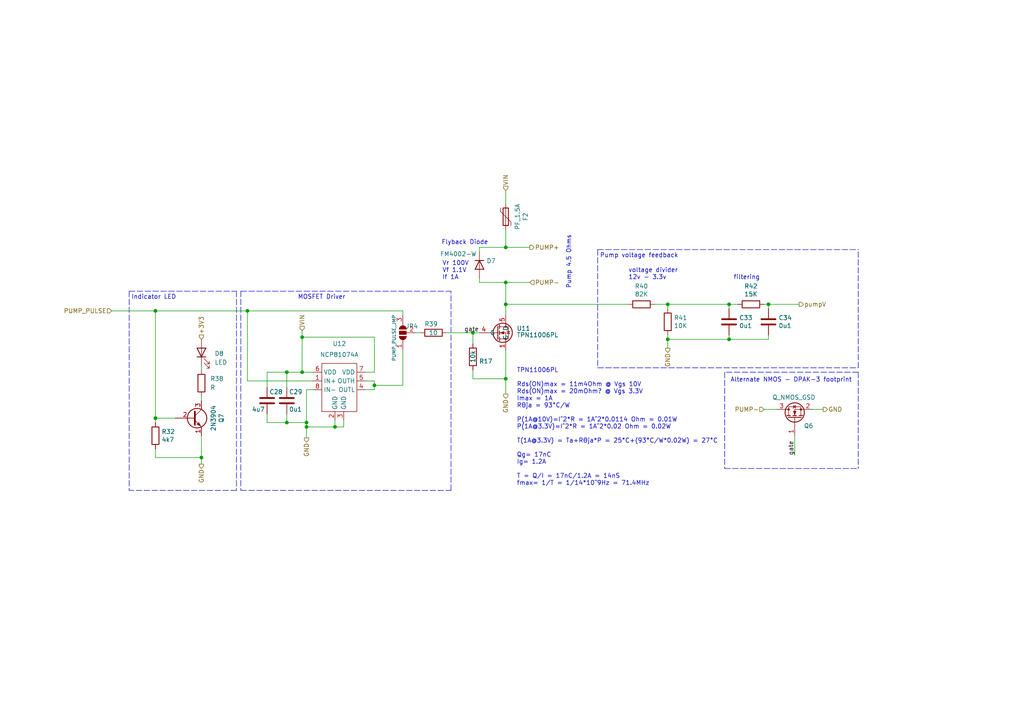
<source format=kicad_sch>
(kicad_sch (version 20211123) (generator eeschema)

  (uuid 054cae61-22d0-4c3c-863d-bf4f8a084755)

  (paper "A4")

  (title_block
    (title "CDH_ECU")
    (date "2022-03-06")
    (rev "1.2.3")
    (company "Daniel Edwards")
    (comment 1 "Chinese Diesel Heater - modern ECU replacement")
  )

  (lib_symbols
    (symbol "Device:C" (pin_numbers hide) (pin_names (offset 0.254)) (in_bom yes) (on_board yes)
      (property "Reference" "C" (id 0) (at 0.635 2.54 0)
        (effects (font (size 1.27 1.27)) (justify left))
      )
      (property "Value" "C" (id 1) (at 0.635 -2.54 0)
        (effects (font (size 1.27 1.27)) (justify left))
      )
      (property "Footprint" "" (id 2) (at 0.9652 -3.81 0)
        (effects (font (size 1.27 1.27)) hide)
      )
      (property "Datasheet" "~" (id 3) (at 0 0 0)
        (effects (font (size 1.27 1.27)) hide)
      )
      (property "ki_keywords" "cap capacitor" (id 4) (at 0 0 0)
        (effects (font (size 1.27 1.27)) hide)
      )
      (property "ki_description" "Unpolarized capacitor" (id 5) (at 0 0 0)
        (effects (font (size 1.27 1.27)) hide)
      )
      (property "ki_fp_filters" "C_*" (id 6) (at 0 0 0)
        (effects (font (size 1.27 1.27)) hide)
      )
      (symbol "C_0_1"
        (polyline
          (pts
            (xy -2.032 -0.762)
            (xy 2.032 -0.762)
          )
          (stroke (width 0.508) (type default) (color 0 0 0 0))
          (fill (type none))
        )
        (polyline
          (pts
            (xy -2.032 0.762)
            (xy 2.032 0.762)
          )
          (stroke (width 0.508) (type default) (color 0 0 0 0))
          (fill (type none))
        )
      )
      (symbol "C_1_1"
        (pin passive line (at 0 3.81 270) (length 2.794)
          (name "~" (effects (font (size 1.27 1.27))))
          (number "1" (effects (font (size 1.27 1.27))))
        )
        (pin passive line (at 0 -3.81 90) (length 2.794)
          (name "~" (effects (font (size 1.27 1.27))))
          (number "2" (effects (font (size 1.27 1.27))))
        )
      )
    )
    (symbol "Device:D" (pin_numbers hide) (pin_names (offset 1.016) hide) (in_bom yes) (on_board yes)
      (property "Reference" "D" (id 0) (at 0 2.54 0)
        (effects (font (size 1.27 1.27)))
      )
      (property "Value" "D" (id 1) (at 0 -2.54 0)
        (effects (font (size 1.27 1.27)))
      )
      (property "Footprint" "" (id 2) (at 0 0 0)
        (effects (font (size 1.27 1.27)) hide)
      )
      (property "Datasheet" "~" (id 3) (at 0 0 0)
        (effects (font (size 1.27 1.27)) hide)
      )
      (property "ki_keywords" "diode" (id 4) (at 0 0 0)
        (effects (font (size 1.27 1.27)) hide)
      )
      (property "ki_description" "Diode" (id 5) (at 0 0 0)
        (effects (font (size 1.27 1.27)) hide)
      )
      (property "ki_fp_filters" "TO-???* *_Diode_* *SingleDiode* D_*" (id 6) (at 0 0 0)
        (effects (font (size 1.27 1.27)) hide)
      )
      (symbol "D_0_1"
        (polyline
          (pts
            (xy -1.27 1.27)
            (xy -1.27 -1.27)
          )
          (stroke (width 0.254) (type default) (color 0 0 0 0))
          (fill (type none))
        )
        (polyline
          (pts
            (xy 1.27 0)
            (xy -1.27 0)
          )
          (stroke (width 0) (type default) (color 0 0 0 0))
          (fill (type none))
        )
        (polyline
          (pts
            (xy 1.27 1.27)
            (xy 1.27 -1.27)
            (xy -1.27 0)
            (xy 1.27 1.27)
          )
          (stroke (width 0.254) (type default) (color 0 0 0 0))
          (fill (type none))
        )
      )
      (symbol "D_1_1"
        (pin passive line (at -3.81 0 0) (length 2.54)
          (name "K" (effects (font (size 1.27 1.27))))
          (number "1" (effects (font (size 1.27 1.27))))
        )
        (pin passive line (at 3.81 0 180) (length 2.54)
          (name "A" (effects (font (size 1.27 1.27))))
          (number "2" (effects (font (size 1.27 1.27))))
        )
      )
    )
    (symbol "Device:LED" (pin_numbers hide) (pin_names (offset 1.016) hide) (in_bom yes) (on_board yes)
      (property "Reference" "D" (id 0) (at 0 2.54 0)
        (effects (font (size 1.27 1.27)))
      )
      (property "Value" "LED" (id 1) (at 0 -2.54 0)
        (effects (font (size 1.27 1.27)))
      )
      (property "Footprint" "" (id 2) (at 0 0 0)
        (effects (font (size 1.27 1.27)) hide)
      )
      (property "Datasheet" "~" (id 3) (at 0 0 0)
        (effects (font (size 1.27 1.27)) hide)
      )
      (property "ki_keywords" "LED diode" (id 4) (at 0 0 0)
        (effects (font (size 1.27 1.27)) hide)
      )
      (property "ki_description" "Light emitting diode" (id 5) (at 0 0 0)
        (effects (font (size 1.27 1.27)) hide)
      )
      (property "ki_fp_filters" "LED* LED_SMD:* LED_THT:*" (id 6) (at 0 0 0)
        (effects (font (size 1.27 1.27)) hide)
      )
      (symbol "LED_0_1"
        (polyline
          (pts
            (xy -1.27 -1.27)
            (xy -1.27 1.27)
          )
          (stroke (width 0.254) (type default) (color 0 0 0 0))
          (fill (type none))
        )
        (polyline
          (pts
            (xy -1.27 0)
            (xy 1.27 0)
          )
          (stroke (width 0) (type default) (color 0 0 0 0))
          (fill (type none))
        )
        (polyline
          (pts
            (xy 1.27 -1.27)
            (xy 1.27 1.27)
            (xy -1.27 0)
            (xy 1.27 -1.27)
          )
          (stroke (width 0.254) (type default) (color 0 0 0 0))
          (fill (type none))
        )
        (polyline
          (pts
            (xy -3.048 -0.762)
            (xy -4.572 -2.286)
            (xy -3.81 -2.286)
            (xy -4.572 -2.286)
            (xy -4.572 -1.524)
          )
          (stroke (width 0) (type default) (color 0 0 0 0))
          (fill (type none))
        )
        (polyline
          (pts
            (xy -1.778 -0.762)
            (xy -3.302 -2.286)
            (xy -2.54 -2.286)
            (xy -3.302 -2.286)
            (xy -3.302 -1.524)
          )
          (stroke (width 0) (type default) (color 0 0 0 0))
          (fill (type none))
        )
      )
      (symbol "LED_1_1"
        (pin passive line (at -3.81 0 0) (length 2.54)
          (name "K" (effects (font (size 1.27 1.27))))
          (number "1" (effects (font (size 1.27 1.27))))
        )
        (pin passive line (at 3.81 0 180) (length 2.54)
          (name "A" (effects (font (size 1.27 1.27))))
          (number "2" (effects (font (size 1.27 1.27))))
        )
      )
    )
    (symbol "Device:Polyfuse" (pin_numbers hide) (pin_names (offset 0)) (in_bom yes) (on_board yes)
      (property "Reference" "F" (id 0) (at -2.54 0 90)
        (effects (font (size 1.27 1.27)))
      )
      (property "Value" "Polyfuse" (id 1) (at 2.54 0 90)
        (effects (font (size 1.27 1.27)))
      )
      (property "Footprint" "" (id 2) (at 1.27 -5.08 0)
        (effects (font (size 1.27 1.27)) (justify left) hide)
      )
      (property "Datasheet" "~" (id 3) (at 0 0 0)
        (effects (font (size 1.27 1.27)) hide)
      )
      (property "ki_keywords" "resettable fuse PTC PPTC polyfuse polyswitch" (id 4) (at 0 0 0)
        (effects (font (size 1.27 1.27)) hide)
      )
      (property "ki_description" "Resettable fuse, polymeric positive temperature coefficient" (id 5) (at 0 0 0)
        (effects (font (size 1.27 1.27)) hide)
      )
      (property "ki_fp_filters" "*polyfuse* *PTC*" (id 6) (at 0 0 0)
        (effects (font (size 1.27 1.27)) hide)
      )
      (symbol "Polyfuse_0_1"
        (rectangle (start -0.762 2.54) (end 0.762 -2.54)
          (stroke (width 0.254) (type default) (color 0 0 0 0))
          (fill (type none))
        )
        (polyline
          (pts
            (xy 0 2.54)
            (xy 0 -2.54)
          )
          (stroke (width 0) (type default) (color 0 0 0 0))
          (fill (type none))
        )
        (polyline
          (pts
            (xy -1.524 2.54)
            (xy -1.524 1.524)
            (xy 1.524 -1.524)
            (xy 1.524 -2.54)
          )
          (stroke (width 0) (type default) (color 0 0 0 0))
          (fill (type none))
        )
      )
      (symbol "Polyfuse_1_1"
        (pin passive line (at 0 3.81 270) (length 1.27)
          (name "~" (effects (font (size 1.27 1.27))))
          (number "1" (effects (font (size 1.27 1.27))))
        )
        (pin passive line (at 0 -3.81 90) (length 1.27)
          (name "~" (effects (font (size 1.27 1.27))))
          (number "2" (effects (font (size 1.27 1.27))))
        )
      )
    )
    (symbol "Device:Q_NMOS_GSD" (pin_names (offset 0) hide) (in_bom yes) (on_board yes)
      (property "Reference" "Q" (id 0) (at 5.08 1.27 0)
        (effects (font (size 1.27 1.27)) (justify left))
      )
      (property "Value" "Q_NMOS_GSD" (id 1) (at 5.08 -1.27 0)
        (effects (font (size 1.27 1.27)) (justify left))
      )
      (property "Footprint" "" (id 2) (at 5.08 2.54 0)
        (effects (font (size 1.27 1.27)) hide)
      )
      (property "Datasheet" "~" (id 3) (at 0 0 0)
        (effects (font (size 1.27 1.27)) hide)
      )
      (property "ki_keywords" "transistor NMOS N-MOS N-MOSFET" (id 4) (at 0 0 0)
        (effects (font (size 1.27 1.27)) hide)
      )
      (property "ki_description" "N-MOSFET transistor, gate/source/drain" (id 5) (at 0 0 0)
        (effects (font (size 1.27 1.27)) hide)
      )
      (symbol "Q_NMOS_GSD_0_1"
        (polyline
          (pts
            (xy 0.254 0)
            (xy -2.54 0)
          )
          (stroke (width 0) (type default) (color 0 0 0 0))
          (fill (type none))
        )
        (polyline
          (pts
            (xy 0.254 1.905)
            (xy 0.254 -1.905)
          )
          (stroke (width 0.254) (type default) (color 0 0 0 0))
          (fill (type none))
        )
        (polyline
          (pts
            (xy 0.762 -1.27)
            (xy 0.762 -2.286)
          )
          (stroke (width 0.254) (type default) (color 0 0 0 0))
          (fill (type none))
        )
        (polyline
          (pts
            (xy 0.762 0.508)
            (xy 0.762 -0.508)
          )
          (stroke (width 0.254) (type default) (color 0 0 0 0))
          (fill (type none))
        )
        (polyline
          (pts
            (xy 0.762 2.286)
            (xy 0.762 1.27)
          )
          (stroke (width 0.254) (type default) (color 0 0 0 0))
          (fill (type none))
        )
        (polyline
          (pts
            (xy 2.54 2.54)
            (xy 2.54 1.778)
          )
          (stroke (width 0) (type default) (color 0 0 0 0))
          (fill (type none))
        )
        (polyline
          (pts
            (xy 2.54 -2.54)
            (xy 2.54 0)
            (xy 0.762 0)
          )
          (stroke (width 0) (type default) (color 0 0 0 0))
          (fill (type none))
        )
        (polyline
          (pts
            (xy 0.762 -1.778)
            (xy 3.302 -1.778)
            (xy 3.302 1.778)
            (xy 0.762 1.778)
          )
          (stroke (width 0) (type default) (color 0 0 0 0))
          (fill (type none))
        )
        (polyline
          (pts
            (xy 1.016 0)
            (xy 2.032 0.381)
            (xy 2.032 -0.381)
            (xy 1.016 0)
          )
          (stroke (width 0) (type default) (color 0 0 0 0))
          (fill (type outline))
        )
        (polyline
          (pts
            (xy 2.794 0.508)
            (xy 2.921 0.381)
            (xy 3.683 0.381)
            (xy 3.81 0.254)
          )
          (stroke (width 0) (type default) (color 0 0 0 0))
          (fill (type none))
        )
        (polyline
          (pts
            (xy 3.302 0.381)
            (xy 2.921 -0.254)
            (xy 3.683 -0.254)
            (xy 3.302 0.381)
          )
          (stroke (width 0) (type default) (color 0 0 0 0))
          (fill (type none))
        )
        (circle (center 1.651 0) (radius 2.794)
          (stroke (width 0.254) (type default) (color 0 0 0 0))
          (fill (type none))
        )
        (circle (center 2.54 -1.778) (radius 0.254)
          (stroke (width 0) (type default) (color 0 0 0 0))
          (fill (type outline))
        )
        (circle (center 2.54 1.778) (radius 0.254)
          (stroke (width 0) (type default) (color 0 0 0 0))
          (fill (type outline))
        )
      )
      (symbol "Q_NMOS_GSD_1_1"
        (pin input line (at -5.08 0 0) (length 2.54)
          (name "G" (effects (font (size 1.27 1.27))))
          (number "1" (effects (font (size 1.27 1.27))))
        )
        (pin passive line (at 2.54 -5.08 90) (length 2.54)
          (name "S" (effects (font (size 1.27 1.27))))
          (number "2" (effects (font (size 1.27 1.27))))
        )
        (pin passive line (at 2.54 5.08 270) (length 2.54)
          (name "D" (effects (font (size 1.27 1.27))))
          (number "3" (effects (font (size 1.27 1.27))))
        )
      )
    )
    (symbol "Device:R" (pin_numbers hide) (pin_names (offset 0)) (in_bom yes) (on_board yes)
      (property "Reference" "R" (id 0) (at 2.032 0 90)
        (effects (font (size 1.27 1.27)))
      )
      (property "Value" "R" (id 1) (at 0 0 90)
        (effects (font (size 1.27 1.27)))
      )
      (property "Footprint" "" (id 2) (at -1.778 0 90)
        (effects (font (size 1.27 1.27)) hide)
      )
      (property "Datasheet" "~" (id 3) (at 0 0 0)
        (effects (font (size 1.27 1.27)) hide)
      )
      (property "ki_keywords" "R res resistor" (id 4) (at 0 0 0)
        (effects (font (size 1.27 1.27)) hide)
      )
      (property "ki_description" "Resistor" (id 5) (at 0 0 0)
        (effects (font (size 1.27 1.27)) hide)
      )
      (property "ki_fp_filters" "R_*" (id 6) (at 0 0 0)
        (effects (font (size 1.27 1.27)) hide)
      )
      (symbol "R_0_1"
        (rectangle (start -1.016 -2.54) (end 1.016 2.54)
          (stroke (width 0.254) (type default) (color 0 0 0 0))
          (fill (type none))
        )
      )
      (symbol "R_1_1"
        (pin passive line (at 0 3.81 270) (length 1.27)
          (name "~" (effects (font (size 1.27 1.27))))
          (number "1" (effects (font (size 1.27 1.27))))
        )
        (pin passive line (at 0 -3.81 90) (length 1.27)
          (name "~" (effects (font (size 1.27 1.27))))
          (number "2" (effects (font (size 1.27 1.27))))
        )
      )
    )
    (symbol "Driver_FET:NCP81074A" (in_bom yes) (on_board yes)
      (property "Reference" "U" (id 0) (at 0 0 0)
        (effects (font (size 1.27 1.27)))
      )
      (property "Value" "NCP81074A" (id 1) (at 0 -2.54 0)
        (effects (font (size 1.27 1.27)))
      )
      (property "Footprint" "Package_SO:SOIC-8_3.9x4.9mm_P1.27mm" (id 2) (at 0 0 0)
        (effects (font (size 1.27 1.27)) hide)
      )
      (property "Datasheet" "https://www.mouser.fi/datasheet/2/308/1/NCP81074_D-2317499.pdf" (id 3) (at 0 0 0)
        (effects (font (size 1.27 1.27)) hide)
      )
      (symbol "NCP81074A_0_1"
        (rectangle (start -5.08 -3.81) (end 5.08 -17.78)
          (stroke (width 0) (type default) (color 0 0 0 0))
          (fill (type none))
        )
      )
      (symbol "NCP81074A_1_1"
        (pin input line (at -7.62 -8.89 0) (length 2.54)
          (name "IN+" (effects (font (size 1.27 1.27))))
          (number "1" (effects (font (size 1.27 1.27))))
        )
        (pin input line (at -1.27 -20.32 90) (length 2.54)
          (name "GND" (effects (font (size 1.27 1.27))))
          (number "2" (effects (font (size 1.27 1.27))))
        )
        (pin input line (at 1.27 -20.32 90) (length 2.54)
          (name "GND" (effects (font (size 1.27 1.27))))
          (number "3" (effects (font (size 1.27 1.27))))
        )
        (pin input line (at 7.62 -11.43 180) (length 2.54)
          (name "OUTL" (effects (font (size 1.27 1.27))))
          (number "4" (effects (font (size 1.27 1.27))))
        )
        (pin input line (at 7.62 -8.89 180) (length 2.54)
          (name "OUTH" (effects (font (size 1.27 1.27))))
          (number "5" (effects (font (size 1.27 1.27))))
        )
        (pin input line (at -7.62 -6.35 0) (length 2.54)
          (name "VDD" (effects (font (size 1.27 1.27))))
          (number "6" (effects (font (size 1.27 1.27))))
        )
        (pin input line (at 7.62 -6.35 180) (length 2.54)
          (name "VDD" (effects (font (size 1.27 1.27))))
          (number "7" (effects (font (size 1.27 1.27))))
        )
        (pin input line (at -7.62 -11.43 0) (length 2.54)
          (name "IN-" (effects (font (size 1.27 1.27))))
          (number "8" (effects (font (size 1.27 1.27))))
        )
      )
    )
    (symbol "Jumper:SolderJumper_3_Open" (pin_names (offset 0) hide) (in_bom yes) (on_board yes)
      (property "Reference" "JP" (id 0) (at -2.54 -2.54 0)
        (effects (font (size 1.27 1.27)))
      )
      (property "Value" "SolderJumper_3_Open" (id 1) (at 0 2.794 0)
        (effects (font (size 1.27 1.27)))
      )
      (property "Footprint" "" (id 2) (at 0 0 0)
        (effects (font (size 1.27 1.27)) hide)
      )
      (property "Datasheet" "~" (id 3) (at 0 0 0)
        (effects (font (size 1.27 1.27)) hide)
      )
      (property "ki_keywords" "Solder Jumper SPDT" (id 4) (at 0 0 0)
        (effects (font (size 1.27 1.27)) hide)
      )
      (property "ki_description" "Solder Jumper, 3-pole, open" (id 5) (at 0 0 0)
        (effects (font (size 1.27 1.27)) hide)
      )
      (property "ki_fp_filters" "SolderJumper*Open*" (id 6) (at 0 0 0)
        (effects (font (size 1.27 1.27)) hide)
      )
      (symbol "SolderJumper_3_Open_0_1"
        (arc (start -1.016 1.016) (mid -2.032 0) (end -1.016 -1.016)
          (stroke (width 0) (type default) (color 0 0 0 0))
          (fill (type none))
        )
        (arc (start -1.016 1.016) (mid -2.032 0) (end -1.016 -1.016)
          (stroke (width 0) (type default) (color 0 0 0 0))
          (fill (type outline))
        )
        (rectangle (start -0.508 1.016) (end 0.508 -1.016)
          (stroke (width 0) (type default) (color 0 0 0 0))
          (fill (type outline))
        )
        (polyline
          (pts
            (xy -2.54 0)
            (xy -2.032 0)
          )
          (stroke (width 0) (type default) (color 0 0 0 0))
          (fill (type none))
        )
        (polyline
          (pts
            (xy -1.016 1.016)
            (xy -1.016 -1.016)
          )
          (stroke (width 0) (type default) (color 0 0 0 0))
          (fill (type none))
        )
        (polyline
          (pts
            (xy 0 -1.27)
            (xy 0 -1.016)
          )
          (stroke (width 0) (type default) (color 0 0 0 0))
          (fill (type none))
        )
        (polyline
          (pts
            (xy 1.016 1.016)
            (xy 1.016 -1.016)
          )
          (stroke (width 0) (type default) (color 0 0 0 0))
          (fill (type none))
        )
        (polyline
          (pts
            (xy 2.54 0)
            (xy 2.032 0)
          )
          (stroke (width 0) (type default) (color 0 0 0 0))
          (fill (type none))
        )
        (arc (start 1.016 -1.016) (mid 2.032 0) (end 1.016 1.016)
          (stroke (width 0) (type default) (color 0 0 0 0))
          (fill (type none))
        )
        (arc (start 1.016 -1.016) (mid 2.032 0) (end 1.016 1.016)
          (stroke (width 0) (type default) (color 0 0 0 0))
          (fill (type outline))
        )
      )
      (symbol "SolderJumper_3_Open_1_1"
        (pin passive line (at -5.08 0 0) (length 2.54)
          (name "A" (effects (font (size 1.27 1.27))))
          (number "1" (effects (font (size 1.27 1.27))))
        )
        (pin input line (at 0 -3.81 90) (length 2.54)
          (name "C" (effects (font (size 1.27 1.27))))
          (number "2" (effects (font (size 1.27 1.27))))
        )
        (pin passive line (at 5.08 0 180) (length 2.54)
          (name "B" (effects (font (size 1.27 1.27))))
          (number "3" (effects (font (size 1.27 1.27))))
        )
      )
    )
    (symbol "Transistor_BJT:2N3904" (pin_names (offset 0) hide) (in_bom yes) (on_board yes)
      (property "Reference" "Q" (id 0) (at 5.08 1.905 0)
        (effects (font (size 1.27 1.27)) (justify left))
      )
      (property "Value" "2N3904" (id 1) (at 5.08 0 0)
        (effects (font (size 1.27 1.27)) (justify left))
      )
      (property "Footprint" "Package_TO_SOT_THT:TO-92_Inline" (id 2) (at 5.08 -1.905 0)
        (effects (font (size 1.27 1.27) italic) (justify left) hide)
      )
      (property "Datasheet" "https://www.onsemi.com/pub/Collateral/2N3903-D.PDF" (id 3) (at 0 0 0)
        (effects (font (size 1.27 1.27)) (justify left) hide)
      )
      (property "ki_keywords" "NPN Transistor" (id 4) (at 0 0 0)
        (effects (font (size 1.27 1.27)) hide)
      )
      (property "ki_description" "0.2A Ic, 40V Vce, Small Signal NPN Transistor, TO-92" (id 5) (at 0 0 0)
        (effects (font (size 1.27 1.27)) hide)
      )
      (property "ki_fp_filters" "TO?92*" (id 6) (at 0 0 0)
        (effects (font (size 1.27 1.27)) hide)
      )
      (symbol "2N3904_0_1"
        (polyline
          (pts
            (xy 0.635 0.635)
            (xy 2.54 2.54)
          )
          (stroke (width 0) (type default) (color 0 0 0 0))
          (fill (type none))
        )
        (polyline
          (pts
            (xy 0.635 -0.635)
            (xy 2.54 -2.54)
            (xy 2.54 -2.54)
          )
          (stroke (width 0) (type default) (color 0 0 0 0))
          (fill (type none))
        )
        (polyline
          (pts
            (xy 0.635 1.905)
            (xy 0.635 -1.905)
            (xy 0.635 -1.905)
          )
          (stroke (width 0.508) (type default) (color 0 0 0 0))
          (fill (type none))
        )
        (polyline
          (pts
            (xy 1.27 -1.778)
            (xy 1.778 -1.27)
            (xy 2.286 -2.286)
            (xy 1.27 -1.778)
            (xy 1.27 -1.778)
          )
          (stroke (width 0) (type default) (color 0 0 0 0))
          (fill (type outline))
        )
        (circle (center 1.27 0) (radius 2.8194)
          (stroke (width 0.254) (type default) (color 0 0 0 0))
          (fill (type none))
        )
      )
      (symbol "2N3904_1_1"
        (pin passive line (at 2.54 -5.08 90) (length 2.54)
          (name "E" (effects (font (size 1.27 1.27))))
          (number "1" (effects (font (size 1.27 1.27))))
        )
        (pin passive line (at -5.08 0 0) (length 5.715)
          (name "B" (effects (font (size 1.27 1.27))))
          (number "2" (effects (font (size 1.27 1.27))))
        )
        (pin passive line (at 2.54 5.08 270) (length 2.54)
          (name "C" (effects (font (size 1.27 1.27))))
          (number "3" (effects (font (size 1.27 1.27))))
        )
      )
    )
    (symbol "Transistor_FET:TPN11006PL" (in_bom yes) (on_board yes)
      (property "Reference" "U" (id 0) (at 0 0 0)
        (effects (font (size 1.27 1.27)))
      )
      (property "Value" "TPN11006PL" (id 1) (at 0 -2.54 0)
        (effects (font (size 1.27 1.27)))
      )
      (property "Footprint" "Package_SON:VSON-8_3.3x3.3mm_P0.65mm_NexFET" (id 2) (at 0 0 0)
        (effects (font (size 1.27 1.27)) hide)
      )
      (property "Datasheet" "https://www.mouser.fi/datasheet/2/408/TPN11006PL_datasheet_en_20160920-1568578.pdf" (id 3) (at 0 0 0)
        (effects (font (size 1.27 1.27)) hide)
      )
      (symbol "TPN11006PL_0_1"
        (polyline
          (pts
            (xy 0.254 -8.89)
            (xy -2.54 -8.89)
          )
          (stroke (width 0) (type default) (color 0 0 0 0))
          (fill (type none))
        )
        (polyline
          (pts
            (xy 0.254 -6.985)
            (xy 0.254 -10.795)
          )
          (stroke (width 0.254) (type default) (color 0 0 0 0))
          (fill (type none))
        )
        (polyline
          (pts
            (xy 0.762 -10.16)
            (xy 0.762 -11.176)
          )
          (stroke (width 0.254) (type default) (color 0 0 0 0))
          (fill (type none))
        )
        (polyline
          (pts
            (xy 0.762 -8.382)
            (xy 0.762 -9.398)
          )
          (stroke (width 0.254) (type default) (color 0 0 0 0))
          (fill (type none))
        )
        (polyline
          (pts
            (xy 0.762 -6.604)
            (xy 0.762 -7.62)
          )
          (stroke (width 0.254) (type default) (color 0 0 0 0))
          (fill (type none))
        )
        (polyline
          (pts
            (xy 2.54 -6.35)
            (xy 2.54 -7.112)
          )
          (stroke (width 0) (type default) (color 0 0 0 0))
          (fill (type none))
        )
        (polyline
          (pts
            (xy 2.54 -11.43)
            (xy 2.54 -8.89)
            (xy 0.762 -8.89)
          )
          (stroke (width 0) (type default) (color 0 0 0 0))
          (fill (type none))
        )
        (polyline
          (pts
            (xy 0.762 -10.668)
            (xy 3.302 -10.668)
            (xy 3.302 -7.112)
            (xy 0.762 -7.112)
          )
          (stroke (width 0) (type default) (color 0 0 0 0))
          (fill (type none))
        )
        (polyline
          (pts
            (xy 1.016 -8.89)
            (xy 2.032 -8.509)
            (xy 2.032 -9.271)
            (xy 1.016 -8.89)
          )
          (stroke (width 0) (type default) (color 0 0 0 0))
          (fill (type outline))
        )
        (polyline
          (pts
            (xy 2.794 -8.382)
            (xy 2.921 -8.509)
            (xy 3.683 -8.509)
            (xy 3.81 -8.636)
          )
          (stroke (width 0) (type default) (color 0 0 0 0))
          (fill (type none))
        )
        (polyline
          (pts
            (xy 3.302 -8.509)
            (xy 2.921 -9.144)
            (xy 3.683 -9.144)
            (xy 3.302 -8.509)
          )
          (stroke (width 0) (type default) (color 0 0 0 0))
          (fill (type none))
        )
        (circle (center 1.651 -8.89) (radius 2.794)
          (stroke (width 0.254) (type default) (color 0 0 0 0))
          (fill (type none))
        )
        (circle (center 2.54 -10.668) (radius 0.254)
          (stroke (width 0) (type default) (color 0 0 0 0))
          (fill (type outline))
        )
        (circle (center 2.54 -7.112) (radius 0.254)
          (stroke (width 0) (type default) (color 0 0 0 0))
          (fill (type outline))
        )
      )
      (symbol "TPN11006PL_1_1"
        (pin passive line (at 2.54 -13.97 90) (length 2.54)
          (name "S" (effects (font (size 1.27 1.27))))
          (number "1" (effects (font (size 1.27 1.27))))
        )
        (pin passive line (at 2.54 -13.97 90) (length 2.54) hide
          (name "S" (effects (font (size 1.27 1.27))))
          (number "2" (effects (font (size 1.27 1.27))))
        )
        (pin passive line (at 2.54 -13.97 90) (length 2.54) hide
          (name "S" (effects (font (size 1.27 1.27))))
          (number "3" (effects (font (size 1.27 1.27))))
        )
        (pin passive line (at -5.08 -8.89 0) (length 2.54)
          (name "G" (effects (font (size 1.27 1.27))))
          (number "4" (effects (font (size 1.27 1.27))))
        )
        (pin passive line (at 2.54 -3.81 270) (length 2.54)
          (name "D" (effects (font (size 1.27 1.27))))
          (number "5" (effects (font (size 1.27 1.27))))
        )
      )
    )
  )

  (junction (at 45.085 90.17) (diameter 0) (color 0 0 0 0)
    (uuid 19d2bc15-83e5-4811-b0c0-41bd1ee7a65c)
  )
  (junction (at 45.085 121.285) (diameter 0) (color 0 0 0 0)
    (uuid 2788cd66-03ca-4d51-8335-edda7ec31900)
  )
  (junction (at 146.685 71.755) (diameter 0) (color 0 0 0 0)
    (uuid 31725963-16b3-4792-99fc-36ee33c4db09)
  )
  (junction (at 146.685 81.915) (diameter 0) (color 0 0 0 0)
    (uuid 3d7591ea-239a-4fff-8fd0-426fd6f16f0a)
  )
  (junction (at 146.685 88.265) (diameter 0) (color 0 0 0 0)
    (uuid 43713691-4320-4131-a400-e6ed6c382d8b)
  )
  (junction (at 108.585 111.76) (diameter 0) (color 0 0 0 0)
    (uuid 4c99e038-c094-4d65-9f33-2942601be336)
  )
  (junction (at 211.455 98.425) (diameter 0) (color 0 0 0 0)
    (uuid 6a14270b-b3b2-4157-b106-a0fa5fd5dd45)
  )
  (junction (at 211.455 88.265) (diameter 0) (color 0 0 0 0)
    (uuid 759b5154-ff1c-4e13-b665-9bbd5f0cf438)
  )
  (junction (at 87.63 107.95) (diameter 0) (color 0 0 0 0)
    (uuid 7606500a-c7ab-4282-9f2f-8095baed5947)
  )
  (junction (at 83.185 122.555) (diameter 0) (color 0 0 0 0)
    (uuid 7c39a90f-0941-4532-9a03-09ca9d4cba44)
  )
  (junction (at 193.675 88.265) (diameter 0) (color 0 0 0 0)
    (uuid 86a616db-3c73-4f28-a860-b17d2d4efc92)
  )
  (junction (at 83.185 107.95) (diameter 0) (color 0 0 0 0)
    (uuid 8f43fe66-3198-4bdb-a263-405cc83b7ec0)
  )
  (junction (at 87.63 97.79) (diameter 0) (color 0 0 0 0)
    (uuid 943459d8-a940-4e17-b45c-7ec0ae352f23)
  )
  (junction (at 222.885 88.265) (diameter 0) (color 0 0 0 0)
    (uuid a14165ec-f9e9-4a9d-9515-a38e6f065cb7)
  )
  (junction (at 97.155 123.825) (diameter 0) (color 0 0 0 0)
    (uuid a14d3c05-9709-4b33-a1e8-b661193d28ce)
  )
  (junction (at 58.42 132.715) (diameter 0) (color 0 0 0 0)
    (uuid b43ca351-5eef-4112-baf7-3bfab3b52b96)
  )
  (junction (at 137.16 96.52) (diameter 0) (color 0 0 0 0)
    (uuid b5aff9e3-bbaf-483a-aca1-e3d22499016d)
  )
  (junction (at 88.9 123.825) (diameter 0) (color 0 0 0 0)
    (uuid d5ef1805-f863-43b2-a80d-c1c0d111f1b6)
  )
  (junction (at 71.755 90.17) (diameter 0) (color 0 0 0 0)
    (uuid e14a16c3-edd6-4e08-b467-5095e329d082)
  )
  (junction (at 88.9 122.555) (diameter 0) (color 0 0 0 0)
    (uuid e2ff7d67-6ec5-4316-b00e-32f573dcbb64)
  )
  (junction (at 193.675 98.425) (diameter 0) (color 0 0 0 0)
    (uuid e6ba05bc-6d39-4068-a34f-814678b43647)
  )
  (junction (at 146.685 109.855) (diameter 0) (color 0 0 0 0)
    (uuid ef7946f4-bdaf-46ec-8780-60a5e32a5fe5)
  )

  (wire (pts (xy 222.885 88.265) (xy 231.775 88.265))
    (stroke (width 0) (type default) (color 0 0 0 0))
    (uuid 072910ed-8f27-4186-b7a7-c29ed04234d0)
  )
  (wire (pts (xy 146.685 81.915) (xy 146.685 88.265))
    (stroke (width 0) (type default) (color 0 0 0 0))
    (uuid 09a28e0f-b85b-4e62-9808-618b4bc3b0c5)
  )
  (wire (pts (xy 193.675 98.425) (xy 193.675 100.965))
    (stroke (width 0) (type default) (color 0 0 0 0))
    (uuid 0c3cde61-eacd-4f8a-9b75-6cba78b270d1)
  )
  (wire (pts (xy 108.585 107.95) (xy 108.585 97.79))
    (stroke (width 0) (type default) (color 0 0 0 0))
    (uuid 119c3796-dbd6-48c6-bf10-5f2f35f83b69)
  )
  (wire (pts (xy 97.155 123.825) (xy 88.9 123.825))
    (stroke (width 0) (type default) (color 0 0 0 0))
    (uuid 14487340-6f5e-433d-9339-bf2bb48f2c35)
  )
  (wire (pts (xy 71.755 110.49) (xy 71.755 90.17))
    (stroke (width 0) (type default) (color 0 0 0 0))
    (uuid 1727d790-1fa3-46a0-a4e1-7111a67f6e10)
  )
  (polyline (pts (xy 173.355 72.39) (xy 248.92 72.39))
    (stroke (width 0) (type default) (color 0 0 0 0))
    (uuid 17965079-629c-417a-884f-67fc0d1b50ec)
  )

  (wire (pts (xy 146.685 101.6) (xy 146.685 109.855))
    (stroke (width 0) (type default) (color 0 0 0 0))
    (uuid 198cf762-6088-4580-8f42-22b62cbe3a18)
  )
  (polyline (pts (xy 68.58 142.24) (xy 37.465 142.24))
    (stroke (width 0) (type default) (color 0 0 0 0))
    (uuid 1e8f4ce4-f8a4-4398-b911-ac52c02a79de)
  )
  (polyline (pts (xy 37.465 84.455) (xy 68.58 84.455))
    (stroke (width 0) (type default) (color 0 0 0 0))
    (uuid 260ca834-2cfc-4c80-a93b-8b35e2c54d6e)
  )

  (wire (pts (xy 58.42 114.935) (xy 58.42 116.205))
    (stroke (width 0) (type default) (color 0 0 0 0))
    (uuid 2713616c-f178-44ae-9838-cc3aef6efb48)
  )
  (wire (pts (xy 116.84 91.44) (xy 116.84 90.17))
    (stroke (width 0) (type default) (color 0 0 0 0))
    (uuid 294ad448-296d-4773-92b3-ea9479218ed9)
  )
  (wire (pts (xy 235.585 118.745) (xy 238.76 118.745))
    (stroke (width 0) (type default) (color 0 0 0 0))
    (uuid 2b8141eb-b8f8-4045-bc71-c26b2a302d0f)
  )
  (wire (pts (xy 137.16 109.855) (xy 146.685 109.855))
    (stroke (width 0) (type default) (color 0 0 0 0))
    (uuid 3404ccb8-4eab-4489-abfa-24c583514ba0)
  )
  (wire (pts (xy 221.615 88.265) (xy 222.885 88.265))
    (stroke (width 0) (type default) (color 0 0 0 0))
    (uuid 3433e30d-256e-4dd6-89c8-453b3f1233e1)
  )
  (wire (pts (xy 108.585 110.49) (xy 108.585 111.76))
    (stroke (width 0) (type default) (color 0 0 0 0))
    (uuid 357e8ae8-58ec-4285-8f2a-99d28991df78)
  )
  (polyline (pts (xy 69.85 142.24) (xy 130.81 142.24))
    (stroke (width 0) (type default) (color 0 0 0 0))
    (uuid 3929b0a4-a706-49d3-986b-9fc5337e6afe)
  )

  (wire (pts (xy 221.615 118.745) (xy 225.425 118.745))
    (stroke (width 0) (type default) (color 0 0 0 0))
    (uuid 3a3a06bc-1957-44b1-a096-3039a40977dc)
  )
  (wire (pts (xy 45.085 90.17) (xy 71.755 90.17))
    (stroke (width 0) (type default) (color 0 0 0 0))
    (uuid 3b098c18-c683-4427-a10f-c74e6e663b7a)
  )
  (wire (pts (xy 45.085 132.715) (xy 58.42 132.715))
    (stroke (width 0) (type default) (color 0 0 0 0))
    (uuid 3b2b1c95-562b-4a42-9b58-fb0c430e05a1)
  )
  (wire (pts (xy 108.585 111.76) (xy 116.84 111.76))
    (stroke (width 0) (type default) (color 0 0 0 0))
    (uuid 3d490c09-812d-4165-9c8c-9eb87066f668)
  )
  (wire (pts (xy 87.63 97.79) (xy 87.63 107.95))
    (stroke (width 0) (type default) (color 0 0 0 0))
    (uuid 3e1fa2fd-7492-43f6-8c95-0f0b8bccbbe1)
  )
  (wire (pts (xy 45.085 90.17) (xy 45.085 121.285))
    (stroke (width 0) (type default) (color 0 0 0 0))
    (uuid 4685c619-661e-42ab-8329-643a278ccd9a)
  )
  (wire (pts (xy 106.045 110.49) (xy 108.585 110.49))
    (stroke (width 0) (type default) (color 0 0 0 0))
    (uuid 48c890e0-055a-46fa-a7e2-55c892388f6d)
  )
  (wire (pts (xy 153.67 81.915) (xy 146.685 81.915))
    (stroke (width 0) (type default) (color 0 0 0 0))
    (uuid 49909115-6336-4262-8d73-ae8df640cacb)
  )
  (wire (pts (xy 137.16 107.315) (xy 137.16 109.855))
    (stroke (width 0) (type default) (color 0 0 0 0))
    (uuid 50de2c14-a03f-4c1e-b02e-3c76e426665c)
  )
  (wire (pts (xy 139.065 71.755) (xy 146.685 71.755))
    (stroke (width 0) (type default) (color 0 0 0 0))
    (uuid 5332008c-1bf9-4a4b-ad01-6a860ea4ef2a)
  )
  (wire (pts (xy 193.675 88.265) (xy 211.455 88.265))
    (stroke (width 0) (type default) (color 0 0 0 0))
    (uuid 58d6d796-1f5c-420d-bdbb-d994fb9e2152)
  )
  (polyline (pts (xy 210.185 107.95) (xy 210.185 135.89))
    (stroke (width 0) (type default) (color 0 0 0 0))
    (uuid 5934f4fd-839e-48ae-a4b2-fed9b5e6c72b)
  )
  (polyline (pts (xy 69.85 84.455) (xy 69.85 142.24))
    (stroke (width 0) (type default) (color 0 0 0 0))
    (uuid 5944087d-d65a-4772-bfa3-9f65df039ff7)
  )
  (polyline (pts (xy 248.92 107.95) (xy 210.185 107.95))
    (stroke (width 0) (type default) (color 0 0 0 0))
    (uuid 5b47048f-e98b-4d75-b467-0de323151426)
  )

  (wire (pts (xy 87.63 95.885) (xy 87.63 97.79))
    (stroke (width 0) (type default) (color 0 0 0 0))
    (uuid 5cc42700-5964-4df1-a48e-77306c5f72b6)
  )
  (wire (pts (xy 83.185 107.95) (xy 77.47 107.95))
    (stroke (width 0) (type default) (color 0 0 0 0))
    (uuid 5d5bb8a1-1225-4020-a846-057273d604f0)
  )
  (wire (pts (xy 146.685 88.265) (xy 146.685 91.44))
    (stroke (width 0) (type default) (color 0 0 0 0))
    (uuid 6576d186-bfdf-41f0-a9a8-f16b190c4e26)
  )
  (polyline (pts (xy 130.81 142.24) (xy 130.81 84.455))
    (stroke (width 0) (type default) (color 0 0 0 0))
    (uuid 6b059983-3b38-40a1-ac0b-70de7691aeaf)
  )

  (wire (pts (xy 99.695 121.92) (xy 99.695 123.825))
    (stroke (width 0) (type default) (color 0 0 0 0))
    (uuid 6b33e966-5ea5-437a-8086-9596acf2ad40)
  )
  (wire (pts (xy 211.455 88.265) (xy 213.995 88.265))
    (stroke (width 0) (type default) (color 0 0 0 0))
    (uuid 6d8b1a3d-f156-40a5-a7f9-25c62c123a8d)
  )
  (wire (pts (xy 120.65 96.52) (xy 121.92 96.52))
    (stroke (width 0) (type default) (color 0 0 0 0))
    (uuid 6e39695d-3876-4fdb-9384-1f91a736b9f2)
  )
  (wire (pts (xy 189.865 88.265) (xy 193.675 88.265))
    (stroke (width 0) (type default) (color 0 0 0 0))
    (uuid 6e6dfa53-3808-4e2e-8c9a-53f33d568d0c)
  )
  (wire (pts (xy 222.885 89.535) (xy 222.885 88.265))
    (stroke (width 0) (type default) (color 0 0 0 0))
    (uuid 6f92455e-092a-45e2-bbe5-1652a88a589e)
  )
  (wire (pts (xy 99.695 123.825) (xy 97.155 123.825))
    (stroke (width 0) (type default) (color 0 0 0 0))
    (uuid 755ae544-56d2-4213-b0c6-d1f5876ff4d7)
  )
  (wire (pts (xy 83.185 120.015) (xy 83.185 122.555))
    (stroke (width 0) (type default) (color 0 0 0 0))
    (uuid 756c81ba-75a6-4d30-84d3-67b67f67cec6)
  )
  (wire (pts (xy 211.455 89.535) (xy 211.455 88.265))
    (stroke (width 0) (type default) (color 0 0 0 0))
    (uuid 83fa7f32-8fdf-40ac-947f-4469d3c7a323)
  )
  (polyline (pts (xy 68.58 84.455) (xy 68.58 142.24))
    (stroke (width 0) (type default) (color 0 0 0 0))
    (uuid 874311f6-975d-4af9-af7b-06e53db81e91)
  )

  (wire (pts (xy 146.685 71.755) (xy 153.67 71.755))
    (stroke (width 0) (type default) (color 0 0 0 0))
    (uuid 893ce00f-5547-4946-8501-5c1899f739ea)
  )
  (wire (pts (xy 45.085 122.555) (xy 45.085 121.285))
    (stroke (width 0) (type default) (color 0 0 0 0))
    (uuid 8bcdef94-bc23-42dd-8c92-1e43d88b3546)
  )
  (wire (pts (xy 139.065 80.645) (xy 139.065 81.915))
    (stroke (width 0) (type default) (color 0 0 0 0))
    (uuid 8f3d9da9-8270-4927-b91f-cadd590a7b22)
  )
  (wire (pts (xy 88.9 122.555) (xy 88.9 123.825))
    (stroke (width 0) (type default) (color 0 0 0 0))
    (uuid 90877dae-3247-4ccb-be93-4cd2ed5d7984)
  )
  (wire (pts (xy 90.805 107.95) (xy 87.63 107.95))
    (stroke (width 0) (type default) (color 0 0 0 0))
    (uuid 90c97f6d-64a3-4236-bec2-e7bba324b071)
  )
  (wire (pts (xy 211.455 98.425) (xy 222.885 98.425))
    (stroke (width 0) (type default) (color 0 0 0 0))
    (uuid 91266718-5ccf-4a89-a87f-9d86fc99aafc)
  )
  (wire (pts (xy 108.585 97.79) (xy 87.63 97.79))
    (stroke (width 0) (type default) (color 0 0 0 0))
    (uuid 966a8130-acfb-469c-a185-0dc19ccf6fda)
  )
  (wire (pts (xy 193.675 97.155) (xy 193.675 98.425))
    (stroke (width 0) (type default) (color 0 0 0 0))
    (uuid 96c26d7f-f1cd-420d-91a3-d5f9bf9831e1)
  )
  (wire (pts (xy 97.155 121.92) (xy 97.155 123.825))
    (stroke (width 0) (type default) (color 0 0 0 0))
    (uuid 9779f589-f945-409f-82d7-25d0feaed5ad)
  )
  (wire (pts (xy 211.455 97.155) (xy 211.455 98.425))
    (stroke (width 0) (type default) (color 0 0 0 0))
    (uuid 9c76c552-fb05-4d92-8bf9-7e3bfd3e9f39)
  )
  (wire (pts (xy 146.685 55.245) (xy 146.685 59.055))
    (stroke (width 0) (type default) (color 0 0 0 0))
    (uuid 9fc180bb-35da-4323-8b15-0eb8090a0b4d)
  )
  (wire (pts (xy 88.9 113.03) (xy 88.9 122.555))
    (stroke (width 0) (type default) (color 0 0 0 0))
    (uuid a1f5c5f9-e435-4247-8d26-14770635a6b1)
  )
  (wire (pts (xy 116.84 101.6) (xy 116.84 111.76))
    (stroke (width 0) (type default) (color 0 0 0 0))
    (uuid a3b28740-eec1-419b-8641-781f4dca79f3)
  )
  (wire (pts (xy 137.16 96.52) (xy 137.16 99.695))
    (stroke (width 0) (type default) (color 0 0 0 0))
    (uuid abf6b932-272e-4e67-9a3a-26e2be1c723c)
  )
  (wire (pts (xy 193.675 98.425) (xy 211.455 98.425))
    (stroke (width 0) (type default) (color 0 0 0 0))
    (uuid b20fd26b-02fa-4a1c-8646-4495846bc476)
  )
  (wire (pts (xy 88.9 123.825) (xy 88.9 127))
    (stroke (width 0) (type default) (color 0 0 0 0))
    (uuid b2f1a448-2bb2-4989-b9cf-040bb4a25080)
  )
  (wire (pts (xy 71.755 90.17) (xy 116.84 90.17))
    (stroke (width 0) (type default) (color 0 0 0 0))
    (uuid b403ae77-bfbc-4164-b9d8-125ebec1d937)
  )
  (wire (pts (xy 45.085 130.175) (xy 45.085 132.715))
    (stroke (width 0) (type default) (color 0 0 0 0))
    (uuid b6d2b6cb-d529-470d-ad67-4309aa449b05)
  )
  (wire (pts (xy 129.54 96.52) (xy 137.16 96.52))
    (stroke (width 0) (type default) (color 0 0 0 0))
    (uuid b87dd6a4-c850-45b0-bc63-8e1b32ce8da9)
  )
  (wire (pts (xy 90.805 113.03) (xy 88.9 113.03))
    (stroke (width 0) (type default) (color 0 0 0 0))
    (uuid ba0360d7-198b-49a9-93aa-c60f3fdedc2e)
  )
  (wire (pts (xy 137.16 96.52) (xy 139.065 96.52))
    (stroke (width 0) (type default) (color 0 0 0 0))
    (uuid ba498e20-1bd4-4b07-8d99-4fcd0881e761)
  )
  (wire (pts (xy 108.585 113.03) (xy 106.045 113.03))
    (stroke (width 0) (type default) (color 0 0 0 0))
    (uuid ba94b19a-fb6e-4eb4-b9c1-8f087d8a9591)
  )
  (wire (pts (xy 58.42 132.715) (xy 58.42 126.365))
    (stroke (width 0) (type default) (color 0 0 0 0))
    (uuid bb9c2794-774c-4713-8feb-507a74e15fee)
  )
  (wire (pts (xy 193.675 89.535) (xy 193.675 88.265))
    (stroke (width 0) (type default) (color 0 0 0 0))
    (uuid c0c713ea-daed-4cf9-a7e6-84a5e69eb689)
  )
  (wire (pts (xy 139.065 81.915) (xy 146.685 81.915))
    (stroke (width 0) (type default) (color 0 0 0 0))
    (uuid c2614021-8687-4125-8bb6-7b193cfe6367)
  )
  (wire (pts (xy 77.47 107.95) (xy 77.47 112.395))
    (stroke (width 0) (type default) (color 0 0 0 0))
    (uuid c2a98b0b-98eb-4631-ba01-2e999007a35a)
  )
  (wire (pts (xy 77.47 122.555) (xy 83.185 122.555))
    (stroke (width 0) (type default) (color 0 0 0 0))
    (uuid c34bb6fa-69c0-458a-86cc-6cbb5bdce629)
  )
  (wire (pts (xy 146.685 66.675) (xy 146.685 71.755))
    (stroke (width 0) (type default) (color 0 0 0 0))
    (uuid c699d336-65c7-4a9e-9666-702ebffb7b02)
  )
  (wire (pts (xy 77.47 120.015) (xy 77.47 122.555))
    (stroke (width 0) (type default) (color 0 0 0 0))
    (uuid c7ee5c8b-6507-4699-beec-4fd34432c176)
  )
  (wire (pts (xy 146.685 88.265) (xy 182.245 88.265))
    (stroke (width 0) (type default) (color 0 0 0 0))
    (uuid c98bcc0a-71bb-4bf6-85cb-108dac1f955b)
  )
  (polyline (pts (xy 37.465 84.455) (xy 37.465 142.24))
    (stroke (width 0) (type default) (color 0 0 0 0))
    (uuid c9b880bd-bea8-49ac-bdd8-b3f83c7a0030)
  )
  (polyline (pts (xy 69.85 84.455) (xy 130.81 84.455))
    (stroke (width 0) (type default) (color 0 0 0 0))
    (uuid cc016a28-90cd-47c7-b35a-8ad3a6822aee)
  )

  (wire (pts (xy 83.185 122.555) (xy 88.9 122.555))
    (stroke (width 0) (type default) (color 0 0 0 0))
    (uuid ccc9fff4-a697-4949-b4cf-eec7e18972b8)
  )
  (wire (pts (xy 45.085 121.285) (xy 50.8 121.285))
    (stroke (width 0) (type default) (color 0 0 0 0))
    (uuid cf67b3e5-3c32-4a82-94d0-bedcd7713655)
  )
  (polyline (pts (xy 173.355 106.68) (xy 248.92 106.68))
    (stroke (width 0) (type default) (color 0 0 0 0))
    (uuid d052d070-04dd-48bb-838c-8e2e25cd59d8)
  )

  (wire (pts (xy 58.42 134.62) (xy 58.42 132.715))
    (stroke (width 0) (type default) (color 0 0 0 0))
    (uuid d14c1bad-bbac-4499-8c11-0cb92e3f53b3)
  )
  (wire (pts (xy 222.885 97.155) (xy 222.885 98.425))
    (stroke (width 0) (type default) (color 0 0 0 0))
    (uuid d1682dcd-9e82-4188-a8fd-24b2b60fc27a)
  )
  (wire (pts (xy 90.805 110.49) (xy 71.755 110.49))
    (stroke (width 0) (type default) (color 0 0 0 0))
    (uuid d37af67c-1ae7-4490-9c8a-39617dd019e5)
  )
  (wire (pts (xy 230.505 132.08) (xy 230.505 126.365))
    (stroke (width 0) (type default) (color 0 0 0 0))
    (uuid d3c16143-ed85-40e0-b698-1302e3122f9d)
  )
  (wire (pts (xy 32.385 90.17) (xy 45.085 90.17))
    (stroke (width 0) (type default) (color 0 0 0 0))
    (uuid d809594f-8109-471a-abdf-9d64f1e9f03f)
  )
  (polyline (pts (xy 173.355 72.39) (xy 173.355 106.68))
    (stroke (width 0) (type default) (color 0 0 0 0))
    (uuid dee3f800-edf6-497e-8c5a-b3ec39a3e891)
  )

  (wire (pts (xy 83.185 107.95) (xy 83.185 112.395))
    (stroke (width 0) (type default) (color 0 0 0 0))
    (uuid e2af8d63-40ba-401b-add6-a2686c53f842)
  )
  (wire (pts (xy 83.185 107.95) (xy 87.63 107.95))
    (stroke (width 0) (type default) (color 0 0 0 0))
    (uuid eb9aef84-e7ac-4661-8f57-bd0cfbd615d3)
  )
  (polyline (pts (xy 248.92 106.68) (xy 248.92 72.39))
    (stroke (width 0) (type default) (color 0 0 0 0))
    (uuid edd68703-9b56-4ddc-8d66-cc41e3fc2c3d)
  )

  (wire (pts (xy 106.045 107.95) (xy 108.585 107.95))
    (stroke (width 0) (type default) (color 0 0 0 0))
    (uuid eef72a0b-ce0e-4a1d-8358-c7185bdcb465)
  )
  (polyline (pts (xy 248.92 107.95) (xy 248.92 135.89))
    (stroke (width 0) (type default) (color 0 0 0 0))
    (uuid ef9edf95-d0ed-461f-846e-5364d55a0c20)
  )

  (wire (pts (xy 108.585 111.76) (xy 108.585 113.03))
    (stroke (width 0) (type default) (color 0 0 0 0))
    (uuid f2c8748c-a2c8-435b-90d7-d6bfa00ed6d5)
  )
  (wire (pts (xy 146.685 109.855) (xy 146.685 114.3))
    (stroke (width 0) (type default) (color 0 0 0 0))
    (uuid f52c313f-0361-4ed5-a53e-fb5c78125fa5)
  )
  (wire (pts (xy 139.065 73.025) (xy 139.065 71.755))
    (stroke (width 0) (type default) (color 0 0 0 0))
    (uuid f67978b7-f2d0-4ec0-8bfb-fbedcfcb7559)
  )
  (wire (pts (xy 58.42 106.045) (xy 58.42 107.315))
    (stroke (width 0) (type default) (color 0 0 0 0))
    (uuid f8f8061d-833c-404f-91c6-596a5de60f1a)
  )
  (polyline (pts (xy 210.185 135.89) (xy 248.92 135.89))
    (stroke (width 0) (type default) (color 0 0 0 0))
    (uuid ff3ba6c5-0980-4d1f-b742-d346b6bb00b3)
  )

  (text "Flyback Diode" (at 141.605 71.12 180)
    (effects (font (size 1.27 1.27)) (justify right bottom))
    (uuid 08e64c34-ce3e-4ebd-974d-1eb3d3a22ed6)
  )
  (text "Vr 100V\nVf 1.1V\nIf 1A\n" (at 128.27 81.28 0)
    (effects (font (size 1.27 1.27)) (justify left bottom))
    (uuid 2a70966c-d989-4fc7-b8b0-95e4f82b0af5)
  )
  (text "Pump 4.5 Ohms\n" (at 165.735 83.82 90)
    (effects (font (size 1.27 1.27)) (justify left bottom))
    (uuid 615d0e66-8ccb-4ac6-b35a-774bf1389a12)
  )
  (text "MOSFET Driver\n" (at 86.36 86.995 0)
    (effects (font (size 1.27 1.27)) (justify left bottom))
    (uuid 889ce250-bf6c-4f04-b3cb-66a80c505a53)
  )
  (text "filtering" (at 212.725 81.28 0)
    (effects (font (size 1.27 1.27)) (justify left bottom))
    (uuid 8e49b769-b8cf-456c-89bc-b5ef33e5f400)
  )
  (text "voltage divider \n12v - 3.3v\n" (at 182.245 81.28 0)
    (effects (font (size 1.27 1.27)) (justify left bottom))
    (uuid ae52d8be-30b5-461e-9210-c082d203b8c9)
  )
  (text "TPN11006PL\n\nRds(ON)max = 11m4Ohm @ Vgs 10V\nRds(ON)max = 20mOhm? @ Vgs 3.3V\nImax = 1A\nRϴja = 93°C/W\n\nP(1A@10V)=I^2*R = 1A^2*0.0114 Ohm = 0.01W\nP(1A@3.3V)=I^2*R = 1A^2*0.02 Ohm = 0.02W \n\nT(1A@3.3V) = Ta+Rϴja*P = 25°C+(93°C/W*0.02W) = 27°C\n\nQg= 17nC\nIg= 1.2A\n\nT = Q/I = 17nC/1.2A = 14nS\nfmax= 1/T = 1/14*10^9Hz = 71.4MHz"
    (at 149.86 140.97 0)
    (effects (font (size 1.27 1.27)) (justify left bottom))
    (uuid d88a1529-d630-4aff-a543-db507c85af20)
  )
  (text "Indicator LED\n" (at 38.1 86.995 0)
    (effects (font (size 1.27 1.27)) (justify left bottom))
    (uuid f52b8f4f-09e9-4f3b-a8e2-708b62442ff6)
  )
  (text "Alternate NMOS - DPAK-3 footprint\n" (at 211.836 110.998 0)
    (effects (font (size 1.27 1.27)) (justify left bottom))
    (uuid fa4a1d12-4d78-4cb6-a480-4857222a04f1)
  )
  (text "Pump voltage feedback\n" (at 173.99 74.93 0)
    (effects (font (size 1.27 1.27)) (justify left bottom))
    (uuid fec28be8-428d-47b1-abba-eda0e18d4af3)
  )

  (label "gate" (at 134.62 96.52 0)
    (effects (font (size 1.27 1.27)) (justify left bottom))
    (uuid 6143d443-94b4-4443-81ed-15345f56ed40)
  )
  (label "gate" (at 230.505 132.08 90)
    (effects (font (size 1.27 1.27)) (justify left bottom))
    (uuid c74b8dc1-c2f0-46ed-9117-1c8712c9428a)
  )

  (hierarchical_label "PUMP-" (shape input) (at 221.615 118.745 180)
    (effects (font (size 1.27 1.27)) (justify right))
    (uuid 481f06cc-9985-40f2-bf0f-2cbd3294ae07)
  )
  (hierarchical_label "PUMP_PULSE" (shape input) (at 32.385 90.17 180)
    (effects (font (size 1.27 1.27)) (justify right))
    (uuid 52542edd-a1e9-43bf-889e-0aeb957955ff)
  )
  (hierarchical_label "PUMP+" (shape output) (at 153.67 71.755 0)
    (effects (font (size 1.27 1.27)) (justify left))
    (uuid 604b81bd-b592-40cf-ad49-d83b0cfb2cb2)
  )
  (hierarchical_label "GND" (shape output) (at 58.42 134.62 270)
    (effects (font (size 1.27 1.27)) (justify right))
    (uuid 89d8a799-98a2-4cac-ae96-64d5947b3945)
  )
  (hierarchical_label "VIN" (shape input) (at 146.685 55.245 90)
    (effects (font (size 1.27 1.27)) (justify left))
    (uuid 8c0cbc4f-4cda-439c-a02c-f1ea3bb5c642)
  )
  (hierarchical_label "+3V3" (shape input) (at 58.42 98.425 90)
    (effects (font (size 1.27 1.27)) (justify left))
    (uuid 8cefefe0-b920-456c-982e-0ddbd6716554)
  )
  (hierarchical_label "GND" (shape output) (at 146.685 114.3 270)
    (effects (font (size 1.27 1.27)) (justify right))
    (uuid a0a9c91f-ae40-4259-bc37-7911ab146b9e)
  )
  (hierarchical_label "GND" (shape output) (at 88.9 127 270)
    (effects (font (size 1.27 1.27)) (justify right))
    (uuid a25f6c15-d2ec-4394-897a-e6ae2a066be5)
  )
  (hierarchical_label "pumpV" (shape output) (at 231.775 88.265 0)
    (effects (font (size 1.27 1.27)) (justify left))
    (uuid d32765ff-8d2f-46e1-8053-fc92cbe7211f)
  )
  (hierarchical_label "PUMP-" (shape input) (at 153.67 81.915 0)
    (effects (font (size 1.27 1.27)) (justify left))
    (uuid dd4cac57-5bea-429c-84d7-6cc1262cd7b1)
  )
  (hierarchical_label "GND" (shape output) (at 193.675 100.965 270)
    (effects (font (size 1.27 1.27)) (justify right))
    (uuid f5fe27b5-ace4-4739-bf27-6133c044b366)
  )
  (hierarchical_label "VIN" (shape input) (at 87.63 95.885 90)
    (effects (font (size 1.27 1.27)) (justify left))
    (uuid f8f6bb48-d3cc-40fb-859e-962c54434444)
  )
  (hierarchical_label "GND" (shape output) (at 238.76 118.745 0)
    (effects (font (size 1.27 1.27)) (justify left))
    (uuid fac494a6-1f2a-40d2-9d50-c22b2de3a373)
  )

  (symbol (lib_id "Jumper:SolderJumper_3_Open") (at 116.84 96.52 90) (unit 1)
    (in_bom yes) (on_board yes)
    (uuid 02d3e0c0-5b6e-43cf-8983-f4cf705ba107)
    (property "Reference" "JP4" (id 0) (at 121.285 94.615 90)
      (effects (font (size 1.27 1.27)) (justify left))
    )
    (property "Value" "PUMP_PULSE_JMP" (id 1) (at 114.3 104.775 0)
      (effects (font (size 1 1)) (justify left))
    )
    (property "Footprint" "Jumper:SolderJumper-3_P1.3mm_Open_RoundedPad1.0x1.5mm_NumberLabels" (id 2) (at 116.84 96.52 0)
      (effects (font (size 1.27 1.27)) hide)
    )
    (property "Datasheet" "~" (id 3) (at 116.84 96.52 0)
      (effects (font (size 1.27 1.27)) hide)
    )
    (pin "1" (uuid 74cf33db-73e7-4f2a-8826-144cd05f59a0))
    (pin "2" (uuid dbfd341a-8f26-4f48-bfde-d2905a91ec0e))
    (pin "3" (uuid 6b6bb90a-7be6-4f0b-ba3d-2b738b0f27e7))
  )

  (symbol (lib_id "Device:C") (at 83.185 116.205 0) (unit 1)
    (in_bom yes) (on_board yes)
    (uuid 0b585f41-3f41-4cd7-890b-8dd1df5b2a06)
    (property "Reference" "C29" (id 0) (at 83.82 113.665 0)
      (effects (font (size 1.27 1.27)) (justify left))
    )
    (property "Value" "0u1" (id 1) (at 83.82 118.745 0)
      (effects (font (size 1.27 1.27)) (justify left))
    )
    (property "Footprint" "Capacitor_SMD:C_0805_2012Metric" (id 2) (at 84.1502 120.015 0)
      (effects (font (size 1.27 1.27)) hide)
    )
    (property "Datasheet" "~" (id 3) (at 83.185 116.205 0)
      (effects (font (size 1.27 1.27)) hide)
    )
    (pin "1" (uuid be6eeeaf-8b1d-4a46-a16e-b767ecf1a3ad))
    (pin "2" (uuid a2910d97-847d-4c04-bb5f-a251ee05dd20))
  )

  (symbol (lib_id "Driver_FET:NCP81074A") (at 98.425 101.6 0) (unit 1)
    (in_bom yes) (on_board yes)
    (uuid 1256075c-4603-48c8-b694-94db1a545b40)
    (property "Reference" "U12" (id 0) (at 98.425 99.695 0))
    (property "Value" "NCP81074A" (id 1) (at 98.425 102.87 0))
    (property "Footprint" "Package_SO:SOIC-8_3.9x4.9mm_P1.27mm" (id 2) (at 98.425 101.6 0)
      (effects (font (size 1.27 1.27)) hide)
    )
    (property "Datasheet" "https://www.mouser.fi/datasheet/2/308/1/NCP81074_D-2317499.pdf" (id 3) (at 98.425 101.6 0)
      (effects (font (size 1.27 1.27)) hide)
    )
    (pin "1" (uuid b968bcfc-8fe1-42bc-ae42-046113a4c9cc))
    (pin "2" (uuid 452a2adb-4059-4a2a-b858-dfa3c12f281c))
    (pin "3" (uuid 9c78e3ca-e183-4709-9b90-ff8ad9c7b982))
    (pin "4" (uuid 06dedaea-6319-4430-b94c-43c1df13bf52))
    (pin "5" (uuid 207f3f38-f151-4111-a130-9c9c51c15579))
    (pin "6" (uuid 6b207749-7773-4a97-ace5-d28a36e1d8c6))
    (pin "7" (uuid 54549f2f-8829-4e7b-82f5-27b6ab213542))
    (pin "8" (uuid c3e56d41-17a6-4695-9562-2eb7f48e1a84))
  )

  (symbol (lib_id "Device:R") (at 58.42 111.125 0) (unit 1)
    (in_bom yes) (on_board yes) (fields_autoplaced)
    (uuid 15a1a3db-05bd-4b66-ab5e-24e552ff0362)
    (property "Reference" "R38" (id 0) (at 60.96 109.8549 0)
      (effects (font (size 1.27 1.27)) (justify left))
    )
    (property "Value" "R" (id 1) (at 60.96 112.3949 0)
      (effects (font (size 1.27 1.27)) (justify left))
    )
    (property "Footprint" "Resistor_SMD:R_0805_2012Metric" (id 2) (at 56.642 111.125 90)
      (effects (font (size 1.27 1.27)) hide)
    )
    (property "Datasheet" "~" (id 3) (at 58.42 111.125 0)
      (effects (font (size 1.27 1.27)) hide)
    )
    (pin "1" (uuid 06dc106d-f4d9-436f-ab58-12ed9a59a3d2))
    (pin "2" (uuid 30b4d466-03be-4040-a391-dc0db360cd99))
  )

  (symbol (lib_id "Device:C") (at 77.47 116.205 0) (unit 1)
    (in_bom yes) (on_board yes)
    (uuid 25d07098-d25b-4576-8e2f-afb85901c2e2)
    (property "Reference" "C28" (id 0) (at 78.105 113.665 0)
      (effects (font (size 1.27 1.27)) (justify left))
    )
    (property "Value" "4u7" (id 1) (at 73.025 118.745 0)
      (effects (font (size 1.27 1.27)) (justify left))
    )
    (property "Footprint" "Capacitor_SMD:C_0805_2012Metric" (id 2) (at 78.4352 120.015 0)
      (effects (font (size 1.27 1.27)) hide)
    )
    (property "Datasheet" "~" (id 3) (at 77.47 116.205 0)
      (effects (font (size 1.27 1.27)) hide)
    )
    (pin "1" (uuid 33c589af-9c52-42fe-809c-7ec5eb5eadb1))
    (pin "2" (uuid ab8006bf-20ba-4991-bf68-be06953b790a))
  )

  (symbol (lib_id "Device:R") (at 137.16 103.505 0) (unit 1)
    (in_bom yes) (on_board yes)
    (uuid 264ee91e-a837-4525-ba27-0b49e61d29db)
    (property "Reference" "R17" (id 0) (at 142.875 104.775 0)
      (effects (font (size 1.27 1.27)) (justify right))
    )
    (property "Value" "10k" (id 1) (at 137.16 101.6 90)
      (effects (font (size 1.27 1.27)) (justify right))
    )
    (property "Footprint" "Resistor_SMD:R_0805_2012Metric" (id 2) (at 135.382 103.505 90)
      (effects (font (size 1.27 1.27)) hide)
    )
    (property "Datasheet" "~" (id 3) (at 137.16 103.505 0)
      (effects (font (size 1.27 1.27)) hide)
    )
    (pin "1" (uuid 5544819b-f9dd-445e-9b83-c7aecbc47479))
    (pin "2" (uuid 5eb1b72c-542b-43bf-95cf-1a095a621a08))
  )

  (symbol (lib_id "Device:R") (at 217.805 88.265 90) (unit 1)
    (in_bom yes) (on_board yes)
    (uuid 3452c4b0-9812-4ed1-9c4c-56c68284bcc7)
    (property "Reference" "R42" (id 0) (at 217.805 83.0072 90))
    (property "Value" "15K" (id 1) (at 217.805 85.3186 90))
    (property "Footprint" "Resistor_SMD:R_0805_2012Metric" (id 2) (at 217.805 90.043 90)
      (effects (font (size 1.27 1.27)) hide)
    )
    (property "Datasheet" "~" (id 3) (at 217.805 88.265 0)
      (effects (font (size 1.27 1.27)) hide)
    )
    (pin "1" (uuid 60a47590-3a6e-43a5-9de5-80cbf35283c8))
    (pin "2" (uuid 9a9358ae-97b1-4275-95e7-648292321351))
  )

  (symbol (lib_id "Device:C") (at 222.885 93.345 0) (unit 1)
    (in_bom yes) (on_board yes)
    (uuid 53033512-60fc-4337-9954-677aaec87a6d)
    (property "Reference" "C34" (id 0) (at 225.806 92.1766 0)
      (effects (font (size 1.27 1.27)) (justify left))
    )
    (property "Value" "0u1" (id 1) (at 225.806 94.488 0)
      (effects (font (size 1.27 1.27)) (justify left))
    )
    (property "Footprint" "Capacitor_SMD:C_0805_2012Metric" (id 2) (at 223.8502 97.155 0)
      (effects (font (size 1.27 1.27)) hide)
    )
    (property "Datasheet" "~" (id 3) (at 222.885 93.345 0)
      (effects (font (size 1.27 1.27)) hide)
    )
    (pin "1" (uuid 1bf422c7-4cef-4d62-a015-35381515f83c))
    (pin "2" (uuid 48e5cbc2-60d1-4427-bd26-fff4facee01f))
  )

  (symbol (lib_id "Device:Polyfuse") (at 146.685 62.865 180) (unit 1)
    (in_bom yes) (on_board yes)
    (uuid 61aeb3b3-4ff5-4ee5-a3dc-2cc051c11ec7)
    (property "Reference" "F2" (id 0) (at 152.4 62.865 90))
    (property "Value" "PF_1.5A" (id 1) (at 150.0886 62.865 90))
    (property "Footprint" "SamacSys_Parts:FUSC5141X160N" (id 2) (at 145.415 57.785 0)
      (effects (font (size 1.27 1.27)) (justify left) hide)
    )
    (property "Datasheet" "~" (id 3) (at 146.685 62.865 0)
      (effects (font (size 1.27 1.27)) hide)
    )
    (pin "1" (uuid abf62504-0590-4e1c-9aca-05cf5c5199e9))
    (pin "2" (uuid bf6735e8-b695-4813-882c-32ce7997e724))
  )

  (symbol (lib_id "Device:Q_NMOS_GSD") (at 230.505 121.285 90) (unit 1)
    (in_bom yes) (on_board yes)
    (uuid 7f6a80e8-7e61-4371-ae93-aa64ad67fef0)
    (property "Reference" "Q6" (id 0) (at 235.9025 123.5075 90)
      (effects (font (size 1.27 1.27)) (justify left))
    )
    (property "Value" "Q_NMOS_GSD" (id 1) (at 236.5375 115.2525 90)
      (effects (font (size 1.27 1.27)) (justify left))
    )
    (property "Footprint" "Package_TO_SOT_SMD:TO-252-2" (id 2) (at 227.965 116.205 0)
      (effects (font (size 1.27 1.27)) hide)
    )
    (property "Datasheet" "~" (id 3) (at 230.505 121.285 0)
      (effects (font (size 1.27 1.27)) hide)
    )
    (pin "1" (uuid c3c463df-f23e-48c3-aeee-f4c0b46fdcba))
    (pin "2" (uuid f0b50c47-cac0-4c8c-8921-b6d6bd311ec7))
    (pin "3" (uuid 52a5d16d-1dde-49c3-8bae-184be8d36895))
  )

  (symbol (lib_id "Transistor_FET:TPN11006PL") (at 144.145 87.63 0) (unit 1)
    (in_bom yes) (on_board yes)
    (uuid 7f722e9a-c085-4a66-a5e7-eeade092f9cc)
    (property "Reference" "U11" (id 0) (at 149.86 95.2499 0)
      (effects (font (size 1.27 1.27)) (justify left))
    )
    (property "Value" "TPN11006PL" (id 1) (at 149.86 97.155 0)
      (effects (font (size 1.27 1.27)) (justify left))
    )
    (property "Footprint" "Package_SON:VSON-8_3.3x3.3mm_P0.65mm_NexFET" (id 2) (at 144.145 87.63 0)
      (effects (font (size 1.27 1.27)) hide)
    )
    (property "Datasheet" "https://www.mouser.fi/datasheet/2/408/TPN11006PL_datasheet_en_20160920-1568578.pdf" (id 3) (at 144.145 87.63 0)
      (effects (font (size 1.27 1.27)) hide)
    )
    (pin "1" (uuid bc8fe20c-570b-4ca3-a4e4-217a8a610693))
    (pin "2" (uuid 9da3ec66-50c9-4f4b-b171-d9b3a9feb04c))
    (pin "3" (uuid 9ba70645-4dc3-48e9-b4f4-a91e30ac4d17))
    (pin "4" (uuid e6143a07-b685-41aa-8e1f-2d1cf7116ffc))
    (pin "5" (uuid 29a4b897-77a4-482a-8fa9-c021026f6186))
  )

  (symbol (lib_id "Device:R") (at 193.675 93.345 180) (unit 1)
    (in_bom yes) (on_board yes)
    (uuid a0f345f8-ea2e-4019-9386-c247e91b872a)
    (property "Reference" "R41" (id 0) (at 195.453 92.1766 0)
      (effects (font (size 1.27 1.27)) (justify right))
    )
    (property "Value" "10K" (id 1) (at 195.453 94.488 0)
      (effects (font (size 1.27 1.27)) (justify right))
    )
    (property "Footprint" "Resistor_SMD:R_0805_2012Metric" (id 2) (at 195.453 93.345 90)
      (effects (font (size 1.27 1.27)) hide)
    )
    (property "Datasheet" "~" (id 3) (at 193.675 93.345 0)
      (effects (font (size 1.27 1.27)) hide)
    )
    (pin "1" (uuid 51f485b3-c966-4b16-b90e-27f3925bea4c))
    (pin "2" (uuid ee14ffb1-ec75-48f7-8e53-e45e96d4f565))
  )

  (symbol (lib_id "Device:C") (at 211.455 93.345 0) (unit 1)
    (in_bom yes) (on_board yes)
    (uuid a10abbf0-7cfb-4b4f-a89a-cadb8698d548)
    (property "Reference" "C33" (id 0) (at 214.376 92.1766 0)
      (effects (font (size 1.27 1.27)) (justify left))
    )
    (property "Value" "0u1" (id 1) (at 214.376 94.488 0)
      (effects (font (size 1.27 1.27)) (justify left))
    )
    (property "Footprint" "Capacitor_SMD:C_0805_2012Metric" (id 2) (at 212.4202 97.155 0)
      (effects (font (size 1.27 1.27)) hide)
    )
    (property "Datasheet" "~" (id 3) (at 211.455 93.345 0)
      (effects (font (size 1.27 1.27)) hide)
    )
    (pin "1" (uuid 16cbbf1f-4f65-4547-8267-845a8de388c1))
    (pin "2" (uuid e61e78ce-a553-4a46-992b-b4c710d33ef7))
  )

  (symbol (lib_id "Transistor_BJT:2N3904") (at 55.88 121.285 0) (unit 1)
    (in_bom yes) (on_board yes)
    (uuid ba7c36cf-9526-4ee4-807d-d9a8690b4d47)
    (property "Reference" "Q7" (id 0) (at 64.2112 121.285 90))
    (property "Value" "2N3904" (id 1) (at 61.8998 121.285 90))
    (property "Footprint" "Package_TO_SOT_SMD:SOT-23" (id 2) (at 60.96 123.19 0)
      (effects (font (size 1.27 1.27) italic) (justify left) hide)
    )
    (property "Datasheet" "https://www.onsemi.com/pub/Collateral/2N3903-D.PDF" (id 3) (at 55.88 121.285 0)
      (effects (font (size 1.27 1.27)) (justify left) hide)
    )
    (pin "1" (uuid bd2d7998-4e84-4d86-b4de-3fb6ef7119d3))
    (pin "2" (uuid 8631cf9f-95a5-4aeb-825a-f15de3bd1b66))
    (pin "3" (uuid 83f0fdda-c33e-4e35-943f-6e6a610fd9ba))
  )

  (symbol (lib_id "Device:R") (at 125.73 96.52 270) (unit 1)
    (in_bom yes) (on_board yes)
    (uuid caae3f5b-8789-4d0e-b510-c2d07325ad01)
    (property "Reference" "R39" (id 0) (at 127 93.98 90)
      (effects (font (size 1.27 1.27)) (justify right))
    )
    (property "Value" "10" (id 1) (at 127 96.52 90)
      (effects (font (size 1.27 1.27)) (justify right))
    )
    (property "Footprint" "Resistor_SMD:R_0805_2012Metric" (id 2) (at 125.73 94.742 90)
      (effects (font (size 1.27 1.27)) hide)
    )
    (property "Datasheet" "~" (id 3) (at 125.73 96.52 0)
      (effects (font (size 1.27 1.27)) hide)
    )
    (pin "1" (uuid 23a2ba03-9e6d-4a9b-b4e7-ea30e6658c0c))
    (pin "2" (uuid 1adfa111-34d1-4524-a070-c03e292db3af))
  )

  (symbol (lib_id "Device:LED") (at 58.42 102.235 90) (unit 1)
    (in_bom yes) (on_board yes) (fields_autoplaced)
    (uuid d4361371-de3c-4207-8596-b9c328489677)
    (property "Reference" "D8" (id 0) (at 62.23 102.5524 90)
      (effects (font (size 1.27 1.27)) (justify right))
    )
    (property "Value" "LED" (id 1) (at 62.23 105.0924 90)
      (effects (font (size 1.27 1.27)) (justify right))
    )
    (property "Footprint" "SamacSys_Parts:LEDC1608X80N" (id 2) (at 58.42 102.235 0)
      (effects (font (size 1.27 1.27)) hide)
    )
    (property "Datasheet" "~" (id 3) (at 58.42 102.235 0)
      (effects (font (size 1.27 1.27)) hide)
    )
    (pin "1" (uuid a1fa45ce-c3f9-41b5-b7c2-556ab53cc01d))
    (pin "2" (uuid 1eaf3c85-5689-4a8a-8f82-2f9e031c05f2))
  )

  (symbol (lib_id "Device:R") (at 186.055 88.265 90) (unit 1)
    (in_bom yes) (on_board yes)
    (uuid dbe01b5c-c2e8-4e6d-a069-27695a377a0a)
    (property "Reference" "R40" (id 0) (at 186.055 83.0072 90))
    (property "Value" "82K" (id 1) (at 186.055 85.3186 90))
    (property "Footprint" "Resistor_SMD:R_0805_2012Metric" (id 2) (at 186.055 90.043 90)
      (effects (font (size 1.27 1.27)) hide)
    )
    (property "Datasheet" "~" (id 3) (at 186.055 88.265 0)
      (effects (font (size 1.27 1.27)) hide)
    )
    (pin "1" (uuid 33056c5f-1727-4ad4-82a8-c54619d9cc67))
    (pin "2" (uuid b4382019-342f-432c-807c-5a23697322cb))
  )

  (symbol (lib_id "Device:D") (at 139.065 76.835 270) (unit 1)
    (in_bom yes) (on_board yes)
    (uuid e2621121-ed0d-4c0d-81b6-254d49db4410)
    (property "Reference" "D7" (id 0) (at 141.097 75.6666 90)
      (effects (font (size 1.27 1.27)) (justify left))
    )
    (property "Value" "FM4002-W" (id 1) (at 127.635 73.66 90)
      (effects (font (size 1.27 1.27)) (justify left))
    )
    (property "Footprint" "SamacSys_Parts:DIOM5025X231N" (id 2) (at 139.065 76.835 0)
      (effects (font (size 1.27 1.27)) hide)
    )
    (property "Datasheet" "~" (id 3) (at 139.065 76.835 0)
      (effects (font (size 1.27 1.27)) hide)
    )
    (pin "1" (uuid 8d40e169-cdef-42f6-8f4d-1518cd5a2f6c))
    (pin "2" (uuid 6c7ee618-04f3-45f9-862b-671be1b82c9b))
  )

  (symbol (lib_id "Device:R") (at 45.085 126.365 180) (unit 1)
    (in_bom yes) (on_board yes)
    (uuid f1b658e5-b8e2-48b6-ac5a-291f9e790592)
    (property "Reference" "R32" (id 0) (at 46.863 125.1966 0)
      (effects (font (size 1.27 1.27)) (justify right))
    )
    (property "Value" "4k7" (id 1) (at 46.863 127.508 0)
      (effects (font (size 1.27 1.27)) (justify right))
    )
    (property "Footprint" "Resistor_SMD:R_0805_2012Metric" (id 2) (at 46.863 126.365 90)
      (effects (font (size 1.27 1.27)) hide)
    )
    (property "Datasheet" "~" (id 3) (at 45.085 126.365 0)
      (effects (font (size 1.27 1.27)) hide)
    )
    (pin "1" (uuid 537f1cbe-07fb-4435-959c-30bc868ece3c))
    (pin "2" (uuid a6d25847-73c0-4aeb-ae0a-a87ff05f5214))
  )
)

</source>
